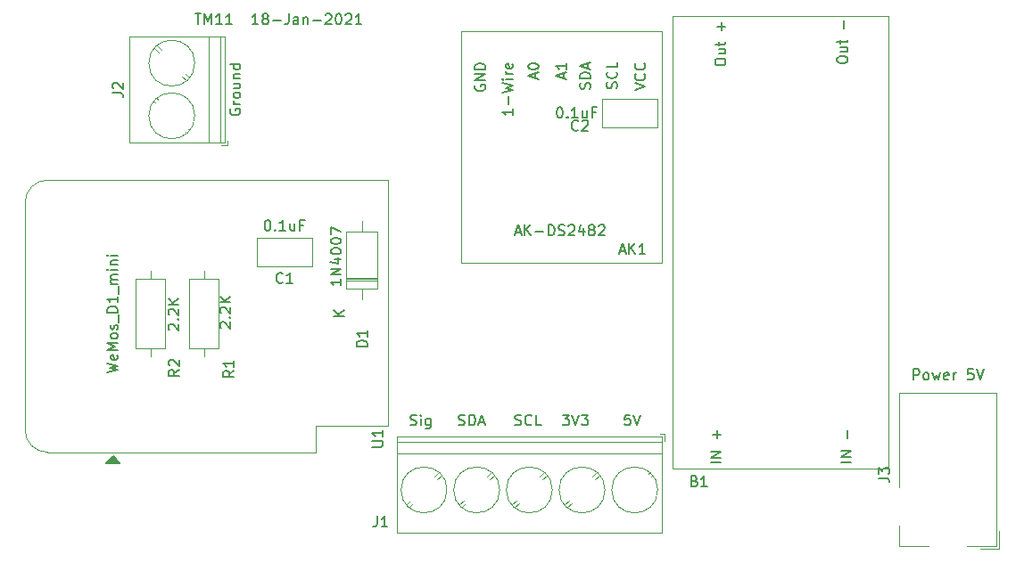
<source format=gbr>
%TF.GenerationSoftware,KiCad,Pcbnew,(5.1.9)-1*%
%TF.CreationDate,2021-01-18T22:58:22-06:00*%
%TF.ProjectId,TempPCB11,54656d70-5043-4423-9131-2e6b69636164,rev?*%
%TF.SameCoordinates,Original*%
%TF.FileFunction,Legend,Top*%
%TF.FilePolarity,Positive*%
%FSLAX46Y46*%
G04 Gerber Fmt 4.6, Leading zero omitted, Abs format (unit mm)*
G04 Created by KiCad (PCBNEW (5.1.9)-1) date 2021-01-18 22:58:22*
%MOMM*%
%LPD*%
G01*
G04 APERTURE LIST*
%ADD10C,0.150000*%
%ADD11C,0.120000*%
G04 APERTURE END LIST*
D10*
X66469619Y-50760380D02*
X67041047Y-50760380D01*
X66755333Y-51760380D02*
X66755333Y-50760380D01*
X67374380Y-51760380D02*
X67374380Y-50760380D01*
X67707714Y-51474666D01*
X68041047Y-50760380D01*
X68041047Y-51760380D01*
X69041047Y-51760380D02*
X68469619Y-51760380D01*
X68755333Y-51760380D02*
X68755333Y-50760380D01*
X68660095Y-50903238D01*
X68564857Y-50998476D01*
X68469619Y-51046095D01*
X69993428Y-51760380D02*
X69422000Y-51760380D01*
X69707714Y-51760380D02*
X69707714Y-50760380D01*
X69612476Y-50903238D01*
X69517238Y-50998476D01*
X69422000Y-51046095D01*
X72469619Y-51760380D02*
X71898190Y-51760380D01*
X72183904Y-51760380D02*
X72183904Y-50760380D01*
X72088666Y-50903238D01*
X71993428Y-50998476D01*
X71898190Y-51046095D01*
X73041047Y-51188952D02*
X72945809Y-51141333D01*
X72898190Y-51093714D01*
X72850571Y-50998476D01*
X72850571Y-50950857D01*
X72898190Y-50855619D01*
X72945809Y-50808000D01*
X73041047Y-50760380D01*
X73231523Y-50760380D01*
X73326761Y-50808000D01*
X73374380Y-50855619D01*
X73422000Y-50950857D01*
X73422000Y-50998476D01*
X73374380Y-51093714D01*
X73326761Y-51141333D01*
X73231523Y-51188952D01*
X73041047Y-51188952D01*
X72945809Y-51236571D01*
X72898190Y-51284190D01*
X72850571Y-51379428D01*
X72850571Y-51569904D01*
X72898190Y-51665142D01*
X72945809Y-51712761D01*
X73041047Y-51760380D01*
X73231523Y-51760380D01*
X73326761Y-51712761D01*
X73374380Y-51665142D01*
X73422000Y-51569904D01*
X73422000Y-51379428D01*
X73374380Y-51284190D01*
X73326761Y-51236571D01*
X73231523Y-51188952D01*
X73850571Y-51379428D02*
X74612476Y-51379428D01*
X75374380Y-50760380D02*
X75374380Y-51474666D01*
X75326761Y-51617523D01*
X75231523Y-51712761D01*
X75088666Y-51760380D01*
X74993428Y-51760380D01*
X76279142Y-51760380D02*
X76279142Y-51236571D01*
X76231523Y-51141333D01*
X76136285Y-51093714D01*
X75945809Y-51093714D01*
X75850571Y-51141333D01*
X76279142Y-51712761D02*
X76183904Y-51760380D01*
X75945809Y-51760380D01*
X75850571Y-51712761D01*
X75802952Y-51617523D01*
X75802952Y-51522285D01*
X75850571Y-51427047D01*
X75945809Y-51379428D01*
X76183904Y-51379428D01*
X76279142Y-51331809D01*
X76755333Y-51093714D02*
X76755333Y-51760380D01*
X76755333Y-51188952D02*
X76802952Y-51141333D01*
X76898190Y-51093714D01*
X77041047Y-51093714D01*
X77136285Y-51141333D01*
X77183904Y-51236571D01*
X77183904Y-51760380D01*
X77660095Y-51379428D02*
X78422000Y-51379428D01*
X78850571Y-50855619D02*
X78898190Y-50808000D01*
X78993428Y-50760380D01*
X79231523Y-50760380D01*
X79326761Y-50808000D01*
X79374380Y-50855619D01*
X79422000Y-50950857D01*
X79422000Y-51046095D01*
X79374380Y-51188952D01*
X78802952Y-51760380D01*
X79422000Y-51760380D01*
X80041047Y-50760380D02*
X80136285Y-50760380D01*
X80231523Y-50808000D01*
X80279142Y-50855619D01*
X80326761Y-50950857D01*
X80374380Y-51141333D01*
X80374380Y-51379428D01*
X80326761Y-51569904D01*
X80279142Y-51665142D01*
X80231523Y-51712761D01*
X80136285Y-51760380D01*
X80041047Y-51760380D01*
X79945809Y-51712761D01*
X79898190Y-51665142D01*
X79850571Y-51569904D01*
X79802952Y-51379428D01*
X79802952Y-51141333D01*
X79850571Y-50950857D01*
X79898190Y-50855619D01*
X79945809Y-50808000D01*
X80041047Y-50760380D01*
X80755333Y-50855619D02*
X80802952Y-50808000D01*
X80898190Y-50760380D01*
X81136285Y-50760380D01*
X81231523Y-50808000D01*
X81279142Y-50855619D01*
X81326761Y-50950857D01*
X81326761Y-51046095D01*
X81279142Y-51188952D01*
X80707714Y-51760380D01*
X81326761Y-51760380D01*
X82279142Y-51760380D02*
X81707714Y-51760380D01*
X81993428Y-51760380D02*
X81993428Y-50760380D01*
X81898190Y-50903238D01*
X81802952Y-50998476D01*
X81707714Y-51046095D01*
X107759523Y-88875620D02*
X107283333Y-88875620D01*
X107235714Y-89351811D01*
X107283333Y-89304192D01*
X107378571Y-89256573D01*
X107616666Y-89256573D01*
X107711904Y-89304192D01*
X107759523Y-89351811D01*
X107807142Y-89447049D01*
X107807142Y-89685144D01*
X107759523Y-89780382D01*
X107711904Y-89828001D01*
X107616666Y-89875620D01*
X107378571Y-89875620D01*
X107283333Y-89828001D01*
X107235714Y-89780382D01*
X108092857Y-88875620D02*
X108426190Y-89875620D01*
X108759523Y-88875620D01*
X101367744Y-88875620D02*
X101986792Y-88875620D01*
X101653459Y-89256573D01*
X101796316Y-89256573D01*
X101891554Y-89304192D01*
X101939173Y-89351811D01*
X101986792Y-89447049D01*
X101986792Y-89685144D01*
X101939173Y-89780382D01*
X101891554Y-89828001D01*
X101796316Y-89875620D01*
X101510601Y-89875620D01*
X101415363Y-89828001D01*
X101367744Y-89780382D01*
X102272506Y-88875620D02*
X102605840Y-89875620D01*
X102939173Y-88875620D01*
X103177268Y-88875620D02*
X103796316Y-88875620D01*
X103462982Y-89256573D01*
X103605840Y-89256573D01*
X103701078Y-89304192D01*
X103748697Y-89351811D01*
X103796316Y-89447049D01*
X103796316Y-89685144D01*
X103748697Y-89780382D01*
X103701078Y-89828001D01*
X103605840Y-89875620D01*
X103320125Y-89875620D01*
X103224887Y-89828001D01*
X103177268Y-89780382D01*
X96853523Y-89828001D02*
X96996380Y-89875620D01*
X97234476Y-89875620D01*
X97329714Y-89828001D01*
X97377333Y-89780382D01*
X97424952Y-89685144D01*
X97424952Y-89589906D01*
X97377333Y-89494668D01*
X97329714Y-89447049D01*
X97234476Y-89399430D01*
X97044000Y-89351811D01*
X96948761Y-89304192D01*
X96901142Y-89256573D01*
X96853523Y-89161335D01*
X96853523Y-89066097D01*
X96901142Y-88970859D01*
X96948761Y-88923240D01*
X97044000Y-88875620D01*
X97282095Y-88875620D01*
X97424952Y-88923240D01*
X98424952Y-89780382D02*
X98377333Y-89828001D01*
X98234476Y-89875620D01*
X98139238Y-89875620D01*
X97996380Y-89828001D01*
X97901142Y-89732763D01*
X97853523Y-89637525D01*
X97805904Y-89447049D01*
X97805904Y-89304192D01*
X97853523Y-89113716D01*
X97901142Y-89018478D01*
X97996380Y-88923240D01*
X98139238Y-88875620D01*
X98234476Y-88875620D01*
X98377333Y-88923240D01*
X98424952Y-88970859D01*
X99329714Y-89875620D02*
X98853523Y-89875620D01*
X98853523Y-88875620D01*
X91495714Y-89828001D02*
X91638571Y-89875620D01*
X91876666Y-89875620D01*
X91971904Y-89828001D01*
X92019523Y-89780382D01*
X92067142Y-89685144D01*
X92067142Y-89589906D01*
X92019523Y-89494668D01*
X91971904Y-89447049D01*
X91876666Y-89399430D01*
X91686190Y-89351811D01*
X91590952Y-89304192D01*
X91543333Y-89256573D01*
X91495714Y-89161335D01*
X91495714Y-89066097D01*
X91543333Y-88970859D01*
X91590952Y-88923240D01*
X91686190Y-88875620D01*
X91924285Y-88875620D01*
X92067142Y-88923240D01*
X92495714Y-89875620D02*
X92495714Y-88875620D01*
X92733809Y-88875620D01*
X92876666Y-88923240D01*
X92971904Y-89018478D01*
X93019523Y-89113716D01*
X93067142Y-89304192D01*
X93067142Y-89447049D01*
X93019523Y-89637525D01*
X92971904Y-89732763D01*
X92876666Y-89828001D01*
X92733809Y-89875620D01*
X92495714Y-89875620D01*
X93448095Y-89589906D02*
X93924285Y-89589906D01*
X93352857Y-89875620D02*
X93686190Y-88875620D01*
X94019523Y-89875620D01*
X86907809Y-89828001D02*
X87050666Y-89875620D01*
X87288761Y-89875620D01*
X87384000Y-89828001D01*
X87431619Y-89780382D01*
X87479238Y-89685144D01*
X87479238Y-89589906D01*
X87431619Y-89494668D01*
X87384000Y-89447049D01*
X87288761Y-89399430D01*
X87098285Y-89351811D01*
X87003047Y-89304192D01*
X86955428Y-89256573D01*
X86907809Y-89161335D01*
X86907809Y-89066097D01*
X86955428Y-88970859D01*
X87003047Y-88923240D01*
X87098285Y-88875620D01*
X87336380Y-88875620D01*
X87479238Y-88923240D01*
X87907809Y-89875620D02*
X87907809Y-89208954D01*
X87907809Y-88875620D02*
X87860190Y-88923240D01*
X87907809Y-88970859D01*
X87955428Y-88923240D01*
X87907809Y-88875620D01*
X87907809Y-88970859D01*
X88812571Y-89208954D02*
X88812571Y-90018478D01*
X88764952Y-90113716D01*
X88717333Y-90161335D01*
X88622095Y-90208954D01*
X88479238Y-90208954D01*
X88384000Y-90161335D01*
X88812571Y-89828001D02*
X88717333Y-89875620D01*
X88526857Y-89875620D01*
X88431619Y-89828001D01*
X88384000Y-89780382D01*
X88336380Y-89685144D01*
X88336380Y-89399430D01*
X88384000Y-89304192D01*
X88431619Y-89256573D01*
X88526857Y-89208954D01*
X88717333Y-89208954D01*
X88812571Y-89256573D01*
D11*
%TO.C,J2*%
X66442000Y-60452000D02*
G75*
G03*
X66442000Y-60452000I-2180000J0D01*
G01*
X66442000Y-55452000D02*
G75*
G03*
X66442000Y-55452000I-2180000J0D01*
G01*
X68862000Y-63012000D02*
X68862000Y-52892000D01*
X67762000Y-63012000D02*
X67762000Y-52892000D01*
X60202000Y-63012000D02*
X60202000Y-52892000D01*
X69322000Y-63012000D02*
X69322000Y-52892000D01*
X60202000Y-63012000D02*
X69322000Y-63012000D01*
X60202000Y-52892000D02*
X69322000Y-52892000D01*
X62874000Y-58798000D02*
X62981000Y-58905000D01*
X65809000Y-61734000D02*
X65916000Y-61840000D01*
X62608000Y-59064000D02*
X62715000Y-59171000D01*
X65543000Y-62000000D02*
X65650000Y-62106000D01*
X62874000Y-53798000D02*
X63270000Y-54193000D01*
X65536000Y-56459000D02*
X65916000Y-56839000D01*
X62608000Y-54064000D02*
X62988000Y-54444000D01*
X65254000Y-56710000D02*
X65650000Y-57105000D01*
X68922000Y-63252000D02*
X69562000Y-63252000D01*
X69562000Y-63252000D02*
X69562000Y-62852000D01*
%TO.C,J1*%
X110384000Y-96012000D02*
G75*
G03*
X110384000Y-96012000I-2180000J0D01*
G01*
X105384000Y-96012000D02*
G75*
G03*
X105384000Y-96012000I-2180000J0D01*
G01*
X100384000Y-96012000D02*
G75*
G03*
X100384000Y-96012000I-2180000J0D01*
G01*
X95384000Y-96012000D02*
G75*
G03*
X95384000Y-96012000I-2180000J0D01*
G01*
X90384000Y-96012000D02*
G75*
G03*
X90384000Y-96012000I-2180000J0D01*
G01*
X110764000Y-91412000D02*
X85644000Y-91412000D01*
X110764000Y-92512000D02*
X85644000Y-92512000D01*
X110764000Y-100072000D02*
X85644000Y-100072000D01*
X110764000Y-90952000D02*
X85644000Y-90952000D01*
X110764000Y-100072000D02*
X110764000Y-90952000D01*
X85644000Y-100072000D02*
X85644000Y-90952000D01*
X106550000Y-97400000D02*
X106657000Y-97293000D01*
X109486000Y-94465000D02*
X109592000Y-94358000D01*
X106816000Y-97666000D02*
X106923000Y-97559000D01*
X109752000Y-94731000D02*
X109858000Y-94624000D01*
X101550000Y-97400000D02*
X101945000Y-97004000D01*
X104211000Y-94738000D02*
X104591000Y-94358000D01*
X101816000Y-97666000D02*
X102196000Y-97286000D01*
X104462000Y-95020000D02*
X104857000Y-94624000D01*
X96550000Y-97400000D02*
X96945000Y-97004000D01*
X99211000Y-94738000D02*
X99591000Y-94358000D01*
X96816000Y-97666000D02*
X97196000Y-97286000D01*
X99462000Y-95020000D02*
X99857000Y-94624000D01*
X91550000Y-97400000D02*
X91945000Y-97004000D01*
X94211000Y-94738000D02*
X94591000Y-94358000D01*
X91816000Y-97666000D02*
X92196000Y-97286000D01*
X94462000Y-95020000D02*
X94857000Y-94624000D01*
X86550000Y-97400000D02*
X86945000Y-97004000D01*
X89211000Y-94738000D02*
X89591000Y-94358000D01*
X86816000Y-97666000D02*
X87196000Y-97286000D01*
X89462000Y-95020000D02*
X89857000Y-94624000D01*
X111004000Y-91352000D02*
X111004000Y-90712000D01*
X111004000Y-90712000D02*
X110604000Y-90712000D01*
%TO.C,B1*%
X111760000Y-93980000D02*
X132260000Y-93980000D01*
X111760000Y-50980000D02*
X132260000Y-50980000D01*
X111760000Y-93980000D02*
X111760000Y-50980000D01*
X132260000Y-93980000D02*
X132260000Y-50980000D01*
%TO.C,D1*%
X80826000Y-76108000D02*
X83766000Y-76108000D01*
X80826000Y-75868000D02*
X83766000Y-75868000D01*
X80826000Y-75988000D02*
X83766000Y-75988000D01*
X82296000Y-70428000D02*
X82296000Y-71448000D01*
X82296000Y-77908000D02*
X82296000Y-76888000D01*
X80826000Y-71448000D02*
X80826000Y-76888000D01*
X83766000Y-71448000D02*
X80826000Y-71448000D01*
X83766000Y-76888000D02*
X83766000Y-71448000D01*
X80826000Y-76888000D02*
X83766000Y-76888000D01*
%TO.C,J3*%
X142762000Y-101624000D02*
X141022000Y-101624000D01*
X142762000Y-99884000D02*
X142762000Y-101624000D01*
X133322000Y-101384000D02*
X133322000Y-99384000D01*
X136122000Y-101384000D02*
X133322000Y-101384000D01*
X142522000Y-101384000D02*
X139722000Y-101384000D01*
X142522000Y-86784000D02*
X142522000Y-101384000D01*
X133322000Y-86784000D02*
X142522000Y-86784000D01*
X133322000Y-95784000D02*
X133322000Y-86784000D01*
%TO.C,U1*%
X77894000Y-89892000D02*
X84794000Y-89892000D01*
X77894000Y-92432000D02*
X77894000Y-89892000D01*
D10*
G36*
X58039000Y-93472000D02*
G01*
X59309000Y-93472000D01*
X58674000Y-92837000D01*
X58039000Y-93472000D01*
G37*
X58039000Y-93472000D02*
X59309000Y-93472000D01*
X58674000Y-92837000D01*
X58039000Y-93472000D01*
D11*
X50334000Y-68692000D02*
X50334000Y-90302000D01*
X84794000Y-66572000D02*
X52464000Y-66572000D01*
X77894000Y-92432000D02*
X52464000Y-92432000D01*
X84794000Y-89892000D02*
X84794000Y-66572000D01*
X50334000Y-68702000D02*
G75*
G02*
X52464000Y-66572000I2130000J0D01*
G01*
X52464000Y-92432000D02*
G75*
G02*
X50334000Y-90302000I0J2130000D01*
G01*
%TO.C,R2*%
X60860000Y-82518000D02*
X63600000Y-82518000D01*
X63600000Y-82518000D02*
X63600000Y-75978000D01*
X63600000Y-75978000D02*
X60860000Y-75978000D01*
X60860000Y-75978000D02*
X60860000Y-82518000D01*
X62230000Y-83288000D02*
X62230000Y-82518000D01*
X62230000Y-75208000D02*
X62230000Y-75978000D01*
%TO.C,R1*%
X65940000Y-82518000D02*
X68680000Y-82518000D01*
X68680000Y-82518000D02*
X68680000Y-75978000D01*
X68680000Y-75978000D02*
X65940000Y-75978000D01*
X65940000Y-75978000D02*
X65940000Y-82518000D01*
X67310000Y-83288000D02*
X67310000Y-82518000D01*
X67310000Y-75208000D02*
X67310000Y-75978000D01*
%TO.C,C2*%
X105096000Y-61568000D02*
X105096000Y-58828000D01*
X110336000Y-61568000D02*
X110336000Y-58828000D01*
X110336000Y-58828000D02*
X105096000Y-58828000D01*
X110336000Y-61568000D02*
X105096000Y-61568000D01*
%TO.C,C1*%
X72330000Y-74776000D02*
X72330000Y-72036000D01*
X77570000Y-74776000D02*
X77570000Y-72036000D01*
X77570000Y-72036000D02*
X72330000Y-72036000D01*
X77570000Y-74776000D02*
X72330000Y-74776000D01*
%TO.C,AK1*%
X110744000Y-74422000D02*
X110744000Y-52422000D01*
X110744000Y-52422000D02*
X91744000Y-52422000D01*
X91744000Y-74422000D02*
X91744000Y-52422000D01*
X110744000Y-74422000D02*
X91744000Y-74422000D01*
%TO.C,J2*%
D10*
X58654380Y-58285333D02*
X59368666Y-58285333D01*
X59511523Y-58332952D01*
X59606761Y-58428190D01*
X59654380Y-58571047D01*
X59654380Y-58666285D01*
X58749619Y-57856761D02*
X58702000Y-57809142D01*
X58654380Y-57713904D01*
X58654380Y-57475809D01*
X58702000Y-57380571D01*
X58749619Y-57332952D01*
X58844857Y-57285333D01*
X58940095Y-57285333D01*
X59082952Y-57332952D01*
X59654380Y-57904380D01*
X59654380Y-57285333D01*
X69822000Y-59809142D02*
X69774380Y-59904380D01*
X69774380Y-60047238D01*
X69822000Y-60190095D01*
X69917238Y-60285333D01*
X70012476Y-60332952D01*
X70202952Y-60380571D01*
X70345809Y-60380571D01*
X70536285Y-60332952D01*
X70631523Y-60285333D01*
X70726761Y-60190095D01*
X70774380Y-60047238D01*
X70774380Y-59952000D01*
X70726761Y-59809142D01*
X70679142Y-59761523D01*
X70345809Y-59761523D01*
X70345809Y-59952000D01*
X70774380Y-59332952D02*
X70107714Y-59332952D01*
X70298190Y-59332952D02*
X70202952Y-59285333D01*
X70155333Y-59237714D01*
X70107714Y-59142476D01*
X70107714Y-59047238D01*
X70774380Y-58571047D02*
X70726761Y-58666285D01*
X70679142Y-58713904D01*
X70583904Y-58761523D01*
X70298190Y-58761523D01*
X70202952Y-58713904D01*
X70155333Y-58666285D01*
X70107714Y-58571047D01*
X70107714Y-58428190D01*
X70155333Y-58332952D01*
X70202952Y-58285333D01*
X70298190Y-58237714D01*
X70583904Y-58237714D01*
X70679142Y-58285333D01*
X70726761Y-58332952D01*
X70774380Y-58428190D01*
X70774380Y-58571047D01*
X70107714Y-57380571D02*
X70774380Y-57380571D01*
X70107714Y-57809142D02*
X70631523Y-57809142D01*
X70726761Y-57761523D01*
X70774380Y-57666285D01*
X70774380Y-57523428D01*
X70726761Y-57428190D01*
X70679142Y-57380571D01*
X70107714Y-56904380D02*
X70774380Y-56904380D01*
X70202952Y-56904380D02*
X70155333Y-56856761D01*
X70107714Y-56761523D01*
X70107714Y-56618666D01*
X70155333Y-56523428D01*
X70250571Y-56475809D01*
X70774380Y-56475809D01*
X70774380Y-55571047D02*
X69774380Y-55571047D01*
X70726761Y-55571047D02*
X70774380Y-55666285D01*
X70774380Y-55856761D01*
X70726761Y-55952000D01*
X70679142Y-55999619D01*
X70583904Y-56047238D01*
X70298190Y-56047238D01*
X70202952Y-55999619D01*
X70155333Y-55952000D01*
X70107714Y-55856761D01*
X70107714Y-55666285D01*
X70155333Y-55571047D01*
%TO.C,J1*%
X83740666Y-98512380D02*
X83740666Y-99226666D01*
X83693047Y-99369523D01*
X83597809Y-99464761D01*
X83454952Y-99512380D01*
X83359714Y-99512380D01*
X84740666Y-99512380D02*
X84169238Y-99512380D01*
X84454952Y-99512380D02*
X84454952Y-98512380D01*
X84359714Y-98655238D01*
X84264476Y-98750476D01*
X84169238Y-98798095D01*
%TO.C,B1*%
X113895238Y-95178571D02*
X114038095Y-95226190D01*
X114085714Y-95273809D01*
X114133333Y-95369047D01*
X114133333Y-95511904D01*
X114085714Y-95607142D01*
X114038095Y-95654761D01*
X113942857Y-95702380D01*
X113561904Y-95702380D01*
X113561904Y-94702380D01*
X113895238Y-94702380D01*
X113990476Y-94750000D01*
X114038095Y-94797619D01*
X114085714Y-94892857D01*
X114085714Y-94988095D01*
X114038095Y-95083333D01*
X113990476Y-95130952D01*
X113895238Y-95178571D01*
X113561904Y-95178571D01*
X115085714Y-95702380D02*
X114514285Y-95702380D01*
X114800000Y-95702380D02*
X114800000Y-94702380D01*
X114704761Y-94845238D01*
X114609523Y-94940476D01*
X114514285Y-94988095D01*
X127417580Y-55224133D02*
X127417580Y-55033657D01*
X127465200Y-54938419D01*
X127560438Y-54843180D01*
X127750914Y-54795561D01*
X128084247Y-54795561D01*
X128274723Y-54843180D01*
X128369961Y-54938419D01*
X128417580Y-55033657D01*
X128417580Y-55224133D01*
X128369961Y-55319371D01*
X128274723Y-55414609D01*
X128084247Y-55462228D01*
X127750914Y-55462228D01*
X127560438Y-55414609D01*
X127465200Y-55319371D01*
X127417580Y-55224133D01*
X127750914Y-53938419D02*
X128417580Y-53938419D01*
X127750914Y-54366990D02*
X128274723Y-54366990D01*
X128369961Y-54319371D01*
X128417580Y-54224133D01*
X128417580Y-54081276D01*
X128369961Y-53986038D01*
X128322342Y-53938419D01*
X127750914Y-53605085D02*
X127750914Y-53224133D01*
X127417580Y-53462228D02*
X128274723Y-53462228D01*
X128369961Y-53414609D01*
X128417580Y-53319371D01*
X128417580Y-53224133D01*
X128036628Y-52128895D02*
X128036628Y-51366990D01*
X115835180Y-55427333D02*
X115835180Y-55236857D01*
X115882800Y-55141619D01*
X115978038Y-55046380D01*
X116168514Y-54998761D01*
X116501847Y-54998761D01*
X116692323Y-55046380D01*
X116787561Y-55141619D01*
X116835180Y-55236857D01*
X116835180Y-55427333D01*
X116787561Y-55522571D01*
X116692323Y-55617809D01*
X116501847Y-55665428D01*
X116168514Y-55665428D01*
X115978038Y-55617809D01*
X115882800Y-55522571D01*
X115835180Y-55427333D01*
X116168514Y-54141619D02*
X116835180Y-54141619D01*
X116168514Y-54570190D02*
X116692323Y-54570190D01*
X116787561Y-54522571D01*
X116835180Y-54427333D01*
X116835180Y-54284476D01*
X116787561Y-54189238D01*
X116739942Y-54141619D01*
X116168514Y-53808285D02*
X116168514Y-53427333D01*
X115835180Y-53665428D02*
X116692323Y-53665428D01*
X116787561Y-53617809D01*
X116835180Y-53522571D01*
X116835180Y-53427333D01*
X116454228Y-52332095D02*
X116454228Y-51570190D01*
X116835180Y-51951142D02*
X116073276Y-51951142D01*
X128773180Y-93370209D02*
X127773180Y-93370209D01*
X128773180Y-92894019D02*
X127773180Y-92894019D01*
X128773180Y-92322590D01*
X127773180Y-92322590D01*
X128392228Y-91084495D02*
X128392228Y-90322590D01*
X116403380Y-93421009D02*
X115403380Y-93421009D01*
X116403380Y-92944819D02*
X115403380Y-92944819D01*
X116403380Y-92373390D01*
X115403380Y-92373390D01*
X116022428Y-91135295D02*
X116022428Y-90373390D01*
X116403380Y-90754342D02*
X115641476Y-90754342D01*
%TO.C,D1*%
X82804260Y-82378775D02*
X81804260Y-82378775D01*
X81804260Y-82140680D01*
X81851880Y-81997822D01*
X81947118Y-81902584D01*
X82042356Y-81854965D01*
X82232832Y-81807346D01*
X82375689Y-81807346D01*
X82566165Y-81854965D01*
X82661403Y-81902584D01*
X82756641Y-81997822D01*
X82804260Y-82140680D01*
X82804260Y-82378775D01*
X82804260Y-80854965D02*
X82804260Y-81426394D01*
X82804260Y-81140680D02*
X81804260Y-81140680D01*
X81947118Y-81235918D01*
X82042356Y-81331156D01*
X82089975Y-81426394D01*
X80340460Y-75980657D02*
X80340460Y-76552085D01*
X80340460Y-76266371D02*
X79340460Y-76266371D01*
X79483318Y-76361609D01*
X79578556Y-76456847D01*
X79626175Y-76552085D01*
X80340460Y-75552085D02*
X79340460Y-75552085D01*
X80340460Y-74980657D01*
X79340460Y-74980657D01*
X79673794Y-74075895D02*
X80340460Y-74075895D01*
X79292841Y-74313990D02*
X80007127Y-74552085D01*
X80007127Y-73933038D01*
X79340460Y-73361609D02*
X79340460Y-73266371D01*
X79388080Y-73171133D01*
X79435699Y-73123514D01*
X79530937Y-73075895D01*
X79721413Y-73028276D01*
X79959508Y-73028276D01*
X80149984Y-73075895D01*
X80245222Y-73123514D01*
X80292841Y-73171133D01*
X80340460Y-73266371D01*
X80340460Y-73361609D01*
X80292841Y-73456847D01*
X80245222Y-73504466D01*
X80149984Y-73552085D01*
X79959508Y-73599704D01*
X79721413Y-73599704D01*
X79530937Y-73552085D01*
X79435699Y-73504466D01*
X79388080Y-73456847D01*
X79340460Y-73361609D01*
X79340460Y-72409228D02*
X79340460Y-72313990D01*
X79388080Y-72218752D01*
X79435699Y-72171133D01*
X79530937Y-72123514D01*
X79721413Y-72075895D01*
X79959508Y-72075895D01*
X80149984Y-72123514D01*
X80245222Y-72171133D01*
X80292841Y-72218752D01*
X80340460Y-72313990D01*
X80340460Y-72409228D01*
X80292841Y-72504466D01*
X80245222Y-72552085D01*
X80149984Y-72599704D01*
X79959508Y-72647323D01*
X79721413Y-72647323D01*
X79530937Y-72599704D01*
X79435699Y-72552085D01*
X79388080Y-72504466D01*
X79340460Y-72409228D01*
X79340460Y-71742561D02*
X79340460Y-71075895D01*
X80340460Y-71504466D01*
X80648380Y-79509904D02*
X79648380Y-79509904D01*
X80648380Y-78938476D02*
X80076952Y-79367047D01*
X79648380Y-78938476D02*
X80219809Y-79509904D01*
%TO.C,J3*%
X131354580Y-94897533D02*
X132068866Y-94897533D01*
X132211723Y-94945152D01*
X132306961Y-95040390D01*
X132354580Y-95183247D01*
X132354580Y-95278485D01*
X131354580Y-94516580D02*
X131354580Y-93897533D01*
X131735533Y-94230866D01*
X131735533Y-94088009D01*
X131783152Y-93992771D01*
X131830771Y-93945152D01*
X131926009Y-93897533D01*
X132164104Y-93897533D01*
X132259342Y-93945152D01*
X132306961Y-93992771D01*
X132354580Y-94088009D01*
X132354580Y-94373723D01*
X132306961Y-94468961D01*
X132259342Y-94516580D01*
X134660095Y-85542380D02*
X134660095Y-84542380D01*
X135041047Y-84542380D01*
X135136285Y-84590000D01*
X135183904Y-84637619D01*
X135231523Y-84732857D01*
X135231523Y-84875714D01*
X135183904Y-84970952D01*
X135136285Y-85018571D01*
X135041047Y-85066190D01*
X134660095Y-85066190D01*
X135802952Y-85542380D02*
X135707714Y-85494761D01*
X135660095Y-85447142D01*
X135612476Y-85351904D01*
X135612476Y-85066190D01*
X135660095Y-84970952D01*
X135707714Y-84923333D01*
X135802952Y-84875714D01*
X135945809Y-84875714D01*
X136041047Y-84923333D01*
X136088666Y-84970952D01*
X136136285Y-85066190D01*
X136136285Y-85351904D01*
X136088666Y-85447142D01*
X136041047Y-85494761D01*
X135945809Y-85542380D01*
X135802952Y-85542380D01*
X136469619Y-84875714D02*
X136660095Y-85542380D01*
X136850571Y-85066190D01*
X137041047Y-85542380D01*
X137231523Y-84875714D01*
X137993428Y-85494761D02*
X137898190Y-85542380D01*
X137707714Y-85542380D01*
X137612476Y-85494761D01*
X137564857Y-85399523D01*
X137564857Y-85018571D01*
X137612476Y-84923333D01*
X137707714Y-84875714D01*
X137898190Y-84875714D01*
X137993428Y-84923333D01*
X138041047Y-85018571D01*
X138041047Y-85113809D01*
X137564857Y-85209047D01*
X138469619Y-85542380D02*
X138469619Y-84875714D01*
X138469619Y-85066190D02*
X138517238Y-84970952D01*
X138564857Y-84923333D01*
X138660095Y-84875714D01*
X138755333Y-84875714D01*
X140326761Y-84542380D02*
X139850571Y-84542380D01*
X139802952Y-85018571D01*
X139850571Y-84970952D01*
X139945809Y-84923333D01*
X140183904Y-84923333D01*
X140279142Y-84970952D01*
X140326761Y-85018571D01*
X140374380Y-85113809D01*
X140374380Y-85351904D01*
X140326761Y-85447142D01*
X140279142Y-85494761D01*
X140183904Y-85542380D01*
X139945809Y-85542380D01*
X139850571Y-85494761D01*
X139802952Y-85447142D01*
X140660095Y-84542380D02*
X140993428Y-85542380D01*
X141326761Y-84542380D01*
%TO.C,U1*%
X83291220Y-91917424D02*
X84100744Y-91917424D01*
X84195982Y-91869805D01*
X84243601Y-91822186D01*
X84291220Y-91726948D01*
X84291220Y-91536472D01*
X84243601Y-91441234D01*
X84195982Y-91393615D01*
X84100744Y-91345996D01*
X83291220Y-91345996D01*
X84291220Y-90345996D02*
X84291220Y-90917424D01*
X84291220Y-90631710D02*
X83291220Y-90631710D01*
X83434078Y-90726948D01*
X83529316Y-90822186D01*
X83576935Y-90917424D01*
X58126380Y-84851047D02*
X59126380Y-84612952D01*
X58412095Y-84422476D01*
X59126380Y-84232000D01*
X58126380Y-83993904D01*
X59078761Y-83232000D02*
X59126380Y-83327238D01*
X59126380Y-83517714D01*
X59078761Y-83612952D01*
X58983523Y-83660571D01*
X58602571Y-83660571D01*
X58507333Y-83612952D01*
X58459714Y-83517714D01*
X58459714Y-83327238D01*
X58507333Y-83232000D01*
X58602571Y-83184380D01*
X58697809Y-83184380D01*
X58793047Y-83660571D01*
X59126380Y-82755809D02*
X58126380Y-82755809D01*
X58840666Y-82422476D01*
X58126380Y-82089142D01*
X59126380Y-82089142D01*
X59126380Y-81470095D02*
X59078761Y-81565333D01*
X59031142Y-81612952D01*
X58935904Y-81660571D01*
X58650190Y-81660571D01*
X58554952Y-81612952D01*
X58507333Y-81565333D01*
X58459714Y-81470095D01*
X58459714Y-81327238D01*
X58507333Y-81232000D01*
X58554952Y-81184380D01*
X58650190Y-81136761D01*
X58935904Y-81136761D01*
X59031142Y-81184380D01*
X59078761Y-81232000D01*
X59126380Y-81327238D01*
X59126380Y-81470095D01*
X59078761Y-80755809D02*
X59126380Y-80660571D01*
X59126380Y-80470095D01*
X59078761Y-80374857D01*
X58983523Y-80327238D01*
X58935904Y-80327238D01*
X58840666Y-80374857D01*
X58793047Y-80470095D01*
X58793047Y-80612952D01*
X58745428Y-80708190D01*
X58650190Y-80755809D01*
X58602571Y-80755809D01*
X58507333Y-80708190D01*
X58459714Y-80612952D01*
X58459714Y-80470095D01*
X58507333Y-80374857D01*
X59221619Y-80136761D02*
X59221619Y-79374857D01*
X59126380Y-79136761D02*
X58126380Y-79136761D01*
X58126380Y-78898666D01*
X58174000Y-78755809D01*
X58269238Y-78660571D01*
X58364476Y-78612952D01*
X58554952Y-78565333D01*
X58697809Y-78565333D01*
X58888285Y-78612952D01*
X58983523Y-78660571D01*
X59078761Y-78755809D01*
X59126380Y-78898666D01*
X59126380Y-79136761D01*
X59126380Y-77612952D02*
X59126380Y-78184380D01*
X59126380Y-77898666D02*
X58126380Y-77898666D01*
X58269238Y-77993904D01*
X58364476Y-78089142D01*
X58412095Y-78184380D01*
X59221619Y-77422476D02*
X59221619Y-76660571D01*
X59126380Y-76422476D02*
X58459714Y-76422476D01*
X58554952Y-76422476D02*
X58507333Y-76374857D01*
X58459714Y-76279619D01*
X58459714Y-76136761D01*
X58507333Y-76041523D01*
X58602571Y-75993904D01*
X59126380Y-75993904D01*
X58602571Y-75993904D02*
X58507333Y-75946285D01*
X58459714Y-75851047D01*
X58459714Y-75708190D01*
X58507333Y-75612952D01*
X58602571Y-75565333D01*
X59126380Y-75565333D01*
X59126380Y-75089142D02*
X58459714Y-75089142D01*
X58126380Y-75089142D02*
X58174000Y-75136761D01*
X58221619Y-75089142D01*
X58174000Y-75041523D01*
X58126380Y-75089142D01*
X58221619Y-75089142D01*
X58459714Y-74612952D02*
X59126380Y-74612952D01*
X58554952Y-74612952D02*
X58507333Y-74565333D01*
X58459714Y-74470095D01*
X58459714Y-74327238D01*
X58507333Y-74232000D01*
X58602571Y-74184380D01*
X59126380Y-74184380D01*
X59126380Y-73708190D02*
X58459714Y-73708190D01*
X58126380Y-73708190D02*
X58174000Y-73755809D01*
X58221619Y-73708190D01*
X58174000Y-73660571D01*
X58126380Y-73708190D01*
X58221619Y-73708190D01*
%TO.C,R2*%
X64978540Y-84586106D02*
X64502350Y-84919440D01*
X64978540Y-85157535D02*
X63978540Y-85157535D01*
X63978540Y-84776582D01*
X64026160Y-84681344D01*
X64073779Y-84633725D01*
X64169017Y-84586106D01*
X64311874Y-84586106D01*
X64407112Y-84633725D01*
X64454731Y-84681344D01*
X64502350Y-84776582D01*
X64502350Y-85157535D01*
X64073779Y-84205154D02*
X64026160Y-84157535D01*
X63978540Y-84062297D01*
X63978540Y-83824201D01*
X64026160Y-83728963D01*
X64073779Y-83681344D01*
X64169017Y-83633725D01*
X64264255Y-83633725D01*
X64407112Y-83681344D01*
X64978540Y-84252773D01*
X64978540Y-83633725D01*
X64026819Y-80798800D02*
X63979200Y-80751180D01*
X63931580Y-80655942D01*
X63931580Y-80417847D01*
X63979200Y-80322609D01*
X64026819Y-80274990D01*
X64122057Y-80227371D01*
X64217295Y-80227371D01*
X64360152Y-80274990D01*
X64931580Y-80846419D01*
X64931580Y-80227371D01*
X64836342Y-79798800D02*
X64883961Y-79751180D01*
X64931580Y-79798800D01*
X64883961Y-79846419D01*
X64836342Y-79798800D01*
X64931580Y-79798800D01*
X64026819Y-79370228D02*
X63979200Y-79322609D01*
X63931580Y-79227371D01*
X63931580Y-78989276D01*
X63979200Y-78894038D01*
X64026819Y-78846419D01*
X64122057Y-78798800D01*
X64217295Y-78798800D01*
X64360152Y-78846419D01*
X64931580Y-79417847D01*
X64931580Y-78798800D01*
X64931580Y-78370228D02*
X63931580Y-78370228D01*
X64931580Y-77798800D02*
X64360152Y-78227371D01*
X63931580Y-77798800D02*
X64503009Y-78370228D01*
%TO.C,R1*%
X70155060Y-84682626D02*
X69678870Y-85015960D01*
X70155060Y-85254055D02*
X69155060Y-85254055D01*
X69155060Y-84873102D01*
X69202680Y-84777864D01*
X69250299Y-84730245D01*
X69345537Y-84682626D01*
X69488394Y-84682626D01*
X69583632Y-84730245D01*
X69631251Y-84777864D01*
X69678870Y-84873102D01*
X69678870Y-85254055D01*
X70155060Y-83730245D02*
X70155060Y-84301674D01*
X70155060Y-84015960D02*
X69155060Y-84015960D01*
X69297918Y-84111198D01*
X69393156Y-84206436D01*
X69440775Y-84301674D01*
X68940419Y-80621000D02*
X68892800Y-80573380D01*
X68845180Y-80478142D01*
X68845180Y-80240047D01*
X68892800Y-80144809D01*
X68940419Y-80097190D01*
X69035657Y-80049571D01*
X69130895Y-80049571D01*
X69273752Y-80097190D01*
X69845180Y-80668619D01*
X69845180Y-80049571D01*
X69749942Y-79621000D02*
X69797561Y-79573380D01*
X69845180Y-79621000D01*
X69797561Y-79668619D01*
X69749942Y-79621000D01*
X69845180Y-79621000D01*
X68940419Y-79192428D02*
X68892800Y-79144809D01*
X68845180Y-79049571D01*
X68845180Y-78811476D01*
X68892800Y-78716238D01*
X68940419Y-78668619D01*
X69035657Y-78621000D01*
X69130895Y-78621000D01*
X69273752Y-78668619D01*
X69845180Y-79240047D01*
X69845180Y-78621000D01*
X69845180Y-78192428D02*
X68845180Y-78192428D01*
X69845180Y-77621000D02*
X69273752Y-78049571D01*
X68845180Y-77621000D02*
X69416609Y-78192428D01*
%TO.C,C2*%
X102830333Y-61774342D02*
X102782714Y-61821961D01*
X102639857Y-61869580D01*
X102544619Y-61869580D01*
X102401761Y-61821961D01*
X102306523Y-61726723D01*
X102258904Y-61631485D01*
X102211285Y-61441009D01*
X102211285Y-61298152D01*
X102258904Y-61107676D01*
X102306523Y-61012438D01*
X102401761Y-60917200D01*
X102544619Y-60869580D01*
X102639857Y-60869580D01*
X102782714Y-60917200D01*
X102830333Y-60964819D01*
X103211285Y-60964819D02*
X103258904Y-60917200D01*
X103354142Y-60869580D01*
X103592238Y-60869580D01*
X103687476Y-60917200D01*
X103735095Y-60964819D01*
X103782714Y-61060057D01*
X103782714Y-61155295D01*
X103735095Y-61298152D01*
X103163666Y-61869580D01*
X103782714Y-61869580D01*
X101049342Y-59650380D02*
X101144580Y-59650380D01*
X101239819Y-59698000D01*
X101287438Y-59745619D01*
X101335057Y-59840857D01*
X101382676Y-60031333D01*
X101382676Y-60269428D01*
X101335057Y-60459904D01*
X101287438Y-60555142D01*
X101239819Y-60602761D01*
X101144580Y-60650380D01*
X101049342Y-60650380D01*
X100954104Y-60602761D01*
X100906485Y-60555142D01*
X100858866Y-60459904D01*
X100811247Y-60269428D01*
X100811247Y-60031333D01*
X100858866Y-59840857D01*
X100906485Y-59745619D01*
X100954104Y-59698000D01*
X101049342Y-59650380D01*
X101811247Y-60555142D02*
X101858866Y-60602761D01*
X101811247Y-60650380D01*
X101763628Y-60602761D01*
X101811247Y-60555142D01*
X101811247Y-60650380D01*
X102811247Y-60650380D02*
X102239819Y-60650380D01*
X102525533Y-60650380D02*
X102525533Y-59650380D01*
X102430295Y-59793238D01*
X102335057Y-59888476D01*
X102239819Y-59936095D01*
X103668390Y-59983714D02*
X103668390Y-60650380D01*
X103239819Y-59983714D02*
X103239819Y-60507523D01*
X103287438Y-60602761D01*
X103382676Y-60650380D01*
X103525533Y-60650380D01*
X103620771Y-60602761D01*
X103668390Y-60555142D01*
X104477914Y-60126571D02*
X104144580Y-60126571D01*
X104144580Y-60650380D02*
X104144580Y-59650380D01*
X104620771Y-59650380D01*
%TO.C,C1*%
X74783333Y-76263142D02*
X74735714Y-76310761D01*
X74592857Y-76358380D01*
X74497619Y-76358380D01*
X74354761Y-76310761D01*
X74259523Y-76215523D01*
X74211904Y-76120285D01*
X74164285Y-75929809D01*
X74164285Y-75786952D01*
X74211904Y-75596476D01*
X74259523Y-75501238D01*
X74354761Y-75406000D01*
X74497619Y-75358380D01*
X74592857Y-75358380D01*
X74735714Y-75406000D01*
X74783333Y-75453619D01*
X75735714Y-76358380D02*
X75164285Y-76358380D01*
X75450000Y-76358380D02*
X75450000Y-75358380D01*
X75354761Y-75501238D01*
X75259523Y-75596476D01*
X75164285Y-75644095D01*
X73307142Y-70358380D02*
X73402380Y-70358380D01*
X73497619Y-70406000D01*
X73545238Y-70453619D01*
X73592857Y-70548857D01*
X73640476Y-70739333D01*
X73640476Y-70977428D01*
X73592857Y-71167904D01*
X73545238Y-71263142D01*
X73497619Y-71310761D01*
X73402380Y-71358380D01*
X73307142Y-71358380D01*
X73211904Y-71310761D01*
X73164285Y-71263142D01*
X73116666Y-71167904D01*
X73069047Y-70977428D01*
X73069047Y-70739333D01*
X73116666Y-70548857D01*
X73164285Y-70453619D01*
X73211904Y-70406000D01*
X73307142Y-70358380D01*
X74069047Y-71263142D02*
X74116666Y-71310761D01*
X74069047Y-71358380D01*
X74021428Y-71310761D01*
X74069047Y-71263142D01*
X74069047Y-71358380D01*
X75069047Y-71358380D02*
X74497619Y-71358380D01*
X74783333Y-71358380D02*
X74783333Y-70358380D01*
X74688095Y-70501238D01*
X74592857Y-70596476D01*
X74497619Y-70644095D01*
X75926190Y-70691714D02*
X75926190Y-71358380D01*
X75497619Y-70691714D02*
X75497619Y-71215523D01*
X75545238Y-71310761D01*
X75640476Y-71358380D01*
X75783333Y-71358380D01*
X75878571Y-71310761D01*
X75926190Y-71263142D01*
X76735714Y-70834571D02*
X76402380Y-70834571D01*
X76402380Y-71358380D02*
X76402380Y-70358380D01*
X76878571Y-70358380D01*
%TO.C,AK1*%
X106786514Y-73293266D02*
X107262704Y-73293266D01*
X106691276Y-73578980D02*
X107024609Y-72578980D01*
X107357942Y-73578980D01*
X107691276Y-73578980D02*
X107691276Y-72578980D01*
X108262704Y-73578980D02*
X107834133Y-73007552D01*
X108262704Y-72578980D02*
X107691276Y-73150409D01*
X109215085Y-73578980D02*
X108643657Y-73578980D01*
X108929371Y-73578980D02*
X108929371Y-72578980D01*
X108834133Y-72721838D01*
X108738895Y-72817076D01*
X108643657Y-72864695D01*
X96879304Y-71540666D02*
X97355495Y-71540666D01*
X96784066Y-71826380D02*
X97117400Y-70826380D01*
X97450733Y-71826380D01*
X97784066Y-71826380D02*
X97784066Y-70826380D01*
X98355495Y-71826380D02*
X97926923Y-71254952D01*
X98355495Y-70826380D02*
X97784066Y-71397809D01*
X98784066Y-71445428D02*
X99545971Y-71445428D01*
X100022161Y-71826380D02*
X100022161Y-70826380D01*
X100260257Y-70826380D01*
X100403114Y-70874000D01*
X100498352Y-70969238D01*
X100545971Y-71064476D01*
X100593590Y-71254952D01*
X100593590Y-71397809D01*
X100545971Y-71588285D01*
X100498352Y-71683523D01*
X100403114Y-71778761D01*
X100260257Y-71826380D01*
X100022161Y-71826380D01*
X100974542Y-71778761D02*
X101117400Y-71826380D01*
X101355495Y-71826380D01*
X101450733Y-71778761D01*
X101498352Y-71731142D01*
X101545971Y-71635904D01*
X101545971Y-71540666D01*
X101498352Y-71445428D01*
X101450733Y-71397809D01*
X101355495Y-71350190D01*
X101165019Y-71302571D01*
X101069780Y-71254952D01*
X101022161Y-71207333D01*
X100974542Y-71112095D01*
X100974542Y-71016857D01*
X101022161Y-70921619D01*
X101069780Y-70874000D01*
X101165019Y-70826380D01*
X101403114Y-70826380D01*
X101545971Y-70874000D01*
X101926923Y-70921619D02*
X101974542Y-70874000D01*
X102069780Y-70826380D01*
X102307876Y-70826380D01*
X102403114Y-70874000D01*
X102450733Y-70921619D01*
X102498352Y-71016857D01*
X102498352Y-71112095D01*
X102450733Y-71254952D01*
X101879304Y-71826380D01*
X102498352Y-71826380D01*
X103355495Y-71159714D02*
X103355495Y-71826380D01*
X103117400Y-70778761D02*
X102879304Y-71493047D01*
X103498352Y-71493047D01*
X104022161Y-71254952D02*
X103926923Y-71207333D01*
X103879304Y-71159714D01*
X103831685Y-71064476D01*
X103831685Y-71016857D01*
X103879304Y-70921619D01*
X103926923Y-70874000D01*
X104022161Y-70826380D01*
X104212638Y-70826380D01*
X104307876Y-70874000D01*
X104355495Y-70921619D01*
X104403114Y-71016857D01*
X104403114Y-71064476D01*
X104355495Y-71159714D01*
X104307876Y-71207333D01*
X104212638Y-71254952D01*
X104022161Y-71254952D01*
X103926923Y-71302571D01*
X103879304Y-71350190D01*
X103831685Y-71445428D01*
X103831685Y-71635904D01*
X103879304Y-71731142D01*
X103926923Y-71778761D01*
X104022161Y-71826380D01*
X104212638Y-71826380D01*
X104307876Y-71778761D01*
X104355495Y-71731142D01*
X104403114Y-71635904D01*
X104403114Y-71445428D01*
X104355495Y-71350190D01*
X104307876Y-71302571D01*
X104212638Y-71254952D01*
X104784066Y-70921619D02*
X104831685Y-70874000D01*
X104926923Y-70826380D01*
X105165019Y-70826380D01*
X105260257Y-70874000D01*
X105307876Y-70921619D01*
X105355495Y-71016857D01*
X105355495Y-71112095D01*
X105307876Y-71254952D01*
X104736447Y-71826380D01*
X105355495Y-71826380D01*
X93073600Y-57556304D02*
X93025980Y-57651542D01*
X93025980Y-57794400D01*
X93073600Y-57937257D01*
X93168838Y-58032495D01*
X93264076Y-58080114D01*
X93454552Y-58127733D01*
X93597409Y-58127733D01*
X93787885Y-58080114D01*
X93883123Y-58032495D01*
X93978361Y-57937257D01*
X94025980Y-57794400D01*
X94025980Y-57699161D01*
X93978361Y-57556304D01*
X93930742Y-57508685D01*
X93597409Y-57508685D01*
X93597409Y-57699161D01*
X94025980Y-57080114D02*
X93025980Y-57080114D01*
X94025980Y-56508685D01*
X93025980Y-56508685D01*
X94025980Y-56032495D02*
X93025980Y-56032495D01*
X93025980Y-55794400D01*
X93073600Y-55651542D01*
X93168838Y-55556304D01*
X93264076Y-55508685D01*
X93454552Y-55461066D01*
X93597409Y-55461066D01*
X93787885Y-55508685D01*
X93883123Y-55556304D01*
X93978361Y-55651542D01*
X94025980Y-55794400D01*
X94025980Y-56032495D01*
X96642180Y-59794400D02*
X96642180Y-60365828D01*
X96642180Y-60080114D02*
X95642180Y-60080114D01*
X95785038Y-60175352D01*
X95880276Y-60270590D01*
X95927895Y-60365828D01*
X96261228Y-59365828D02*
X96261228Y-58603924D01*
X95642180Y-58222971D02*
X96642180Y-57984876D01*
X95927895Y-57794400D01*
X96642180Y-57603924D01*
X95642180Y-57365828D01*
X96642180Y-56984876D02*
X95975514Y-56984876D01*
X95642180Y-56984876D02*
X95689800Y-57032495D01*
X95737419Y-56984876D01*
X95689800Y-56937257D01*
X95642180Y-56984876D01*
X95737419Y-56984876D01*
X96642180Y-56508686D02*
X95975514Y-56508686D01*
X96165990Y-56508686D02*
X96070752Y-56461067D01*
X96023133Y-56413448D01*
X95975514Y-56318209D01*
X95975514Y-56222971D01*
X96594561Y-55508686D02*
X96642180Y-55603924D01*
X96642180Y-55794400D01*
X96594561Y-55889638D01*
X96499323Y-55937257D01*
X96118371Y-55937257D01*
X96023133Y-55889638D01*
X95975514Y-55794400D01*
X95975514Y-55603924D01*
X96023133Y-55508686D01*
X96118371Y-55461067D01*
X96213609Y-55461067D01*
X96308847Y-55937257D01*
X98794866Y-56889638D02*
X98794866Y-56413448D01*
X99080580Y-56984876D02*
X98080580Y-56651543D01*
X99080580Y-56318210D01*
X98080580Y-55794400D02*
X98080580Y-55699162D01*
X98128200Y-55603924D01*
X98175819Y-55556305D01*
X98271057Y-55508686D01*
X98461533Y-55461067D01*
X98699628Y-55461067D01*
X98890104Y-55508686D01*
X98985342Y-55556305D01*
X99032961Y-55603924D01*
X99080580Y-55699162D01*
X99080580Y-55794400D01*
X99032961Y-55889638D01*
X98985342Y-55937257D01*
X98890104Y-55984876D01*
X98699628Y-56032495D01*
X98461533Y-56032495D01*
X98271057Y-55984876D01*
X98175819Y-55937257D01*
X98128200Y-55889638D01*
X98080580Y-55794400D01*
X101436466Y-56889638D02*
X101436466Y-56413448D01*
X101722180Y-56984876D02*
X100722180Y-56651543D01*
X101722180Y-56318210D01*
X101722180Y-55461067D02*
X101722180Y-56032495D01*
X101722180Y-55746781D02*
X100722180Y-55746781D01*
X100865038Y-55842019D01*
X100960276Y-55937257D01*
X101007895Y-56032495D01*
X103960561Y-57889638D02*
X104008180Y-57746781D01*
X104008180Y-57508686D01*
X103960561Y-57413448D01*
X103912942Y-57365829D01*
X103817704Y-57318210D01*
X103722466Y-57318210D01*
X103627228Y-57365829D01*
X103579609Y-57413448D01*
X103531990Y-57508686D01*
X103484371Y-57699162D01*
X103436752Y-57794400D01*
X103389133Y-57842019D01*
X103293895Y-57889638D01*
X103198657Y-57889638D01*
X103103419Y-57842019D01*
X103055800Y-57794400D01*
X103008180Y-57699162D01*
X103008180Y-57461067D01*
X103055800Y-57318210D01*
X104008180Y-56889638D02*
X103008180Y-56889638D01*
X103008180Y-56651543D01*
X103055800Y-56508686D01*
X103151038Y-56413448D01*
X103246276Y-56365829D01*
X103436752Y-56318210D01*
X103579609Y-56318210D01*
X103770085Y-56365829D01*
X103865323Y-56413448D01*
X103960561Y-56508686D01*
X104008180Y-56651543D01*
X104008180Y-56889638D01*
X103722466Y-55937257D02*
X103722466Y-55461067D01*
X104008180Y-56032495D02*
X103008180Y-55699162D01*
X104008180Y-55365829D01*
X106500561Y-57842019D02*
X106548180Y-57699162D01*
X106548180Y-57461066D01*
X106500561Y-57365828D01*
X106452942Y-57318209D01*
X106357704Y-57270590D01*
X106262466Y-57270590D01*
X106167228Y-57318209D01*
X106119609Y-57365828D01*
X106071990Y-57461066D01*
X106024371Y-57651543D01*
X105976752Y-57746781D01*
X105929133Y-57794400D01*
X105833895Y-57842019D01*
X105738657Y-57842019D01*
X105643419Y-57794400D01*
X105595800Y-57746781D01*
X105548180Y-57651543D01*
X105548180Y-57413447D01*
X105595800Y-57270590D01*
X106452942Y-56270590D02*
X106500561Y-56318209D01*
X106548180Y-56461066D01*
X106548180Y-56556304D01*
X106500561Y-56699162D01*
X106405323Y-56794400D01*
X106310085Y-56842019D01*
X106119609Y-56889638D01*
X105976752Y-56889638D01*
X105786276Y-56842019D01*
X105691038Y-56794400D01*
X105595800Y-56699162D01*
X105548180Y-56556304D01*
X105548180Y-56461066D01*
X105595800Y-56318209D01*
X105643419Y-56270590D01*
X106548180Y-55365828D02*
X106548180Y-55842019D01*
X105548180Y-55842019D01*
X108215180Y-58032495D02*
X109215180Y-57699162D01*
X108215180Y-57365828D01*
X109119942Y-56461066D02*
X109167561Y-56508685D01*
X109215180Y-56651542D01*
X109215180Y-56746781D01*
X109167561Y-56889638D01*
X109072323Y-56984876D01*
X108977085Y-57032495D01*
X108786609Y-57080114D01*
X108643752Y-57080114D01*
X108453276Y-57032495D01*
X108358038Y-56984876D01*
X108262800Y-56889638D01*
X108215180Y-56746781D01*
X108215180Y-56651542D01*
X108262800Y-56508685D01*
X108310419Y-56461066D01*
X109119942Y-55461066D02*
X109167561Y-55508685D01*
X109215180Y-55651542D01*
X109215180Y-55746781D01*
X109167561Y-55889638D01*
X109072323Y-55984876D01*
X108977085Y-56032495D01*
X108786609Y-56080114D01*
X108643752Y-56080114D01*
X108453276Y-56032495D01*
X108358038Y-55984876D01*
X108262800Y-55889638D01*
X108215180Y-55746781D01*
X108215180Y-55651542D01*
X108262800Y-55508685D01*
X108310419Y-55461066D01*
%TD*%
M02*

</source>
